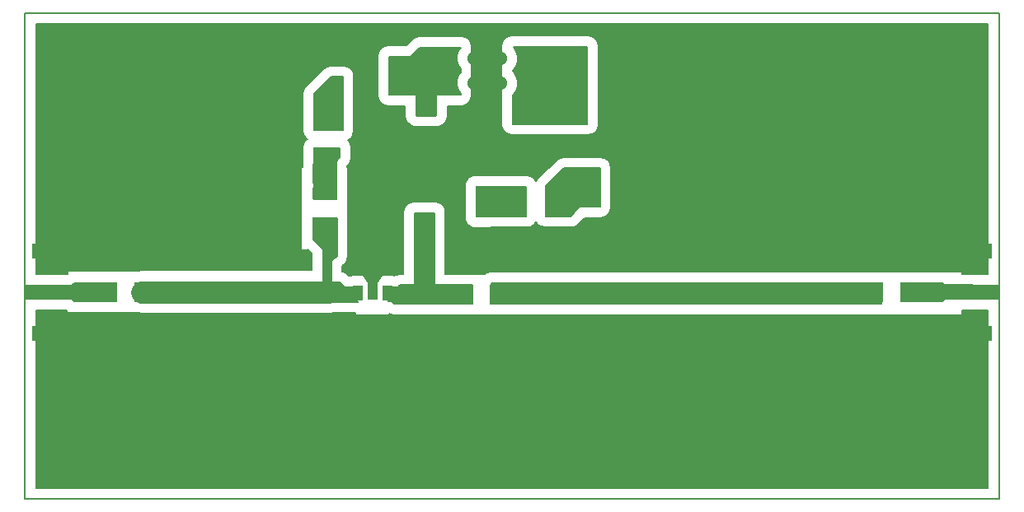
<source format=gbr>
G04 #@! TF.FileFunction,Copper,L1,Top,Signal*
%FSLAX46Y46*%
G04 Gerber Fmt 4.6, Leading zero omitted, Abs format (unit mm)*
G04 Created by KiCad (PCBNEW 4.0.7) date 04/26/18 22:19:46*
%MOMM*%
%LPD*%
G01*
G04 APERTURE LIST*
%ADD10C,0.100000*%
%ADD11C,0.150000*%
%ADD12R,4.900000X1.600000*%
%ADD13R,5.600000X1.600000*%
%ADD14R,1.270000X3.300000*%
%ADD15R,1.000000X1.500000*%
%ADD16R,1.000000X1.800000*%
%ADD17R,2.200000X1.840000*%
%ADD18R,2.032000X1.524000*%
%ADD19R,1.524000X2.032000*%
%ADD20R,3.300000X1.270000*%
%ADD21R,2.540000X1.270000*%
%ADD22R,1.270000X2.540000*%
%ADD23R,1.524000X1.524000*%
%ADD24C,1.524000*%
%ADD25C,2.300000*%
G04 APERTURE END LIST*
D10*
D11*
X100000000Y-120000000D02*
X100000000Y-70000000D01*
X200000000Y-120000000D02*
X100000000Y-120000000D01*
X200000000Y-70000000D02*
X200000000Y-120000000D01*
X100000000Y-70000000D02*
X200000000Y-70000000D01*
D12*
X103150000Y-102950000D03*
X103150000Y-94450000D03*
D13*
X102800000Y-98700000D03*
D12*
X196850000Y-94450000D03*
X196850000Y-102950000D03*
D13*
X197200000Y-98700000D03*
D14*
X146880000Y-89405000D03*
X140920000Y-92195000D03*
D10*
G36*
X134600000Y-95091500D02*
X135200000Y-94241500D01*
X136200000Y-94241500D01*
X136800000Y-95091500D01*
X134600000Y-95091500D01*
X134600000Y-95091500D01*
G37*
D15*
X134200000Y-98813500D03*
D16*
X135700000Y-98667000D03*
D15*
X137200000Y-98813500D03*
D17*
X135700000Y-96000000D03*
D10*
G36*
X136800000Y-96909700D02*
X136100000Y-97909700D01*
X135300000Y-97909700D01*
X134600000Y-96909700D01*
X136800000Y-96909700D01*
X136800000Y-96909700D01*
G37*
D18*
X141200000Y-79898000D03*
X141200000Y-83200000D03*
D19*
X130400000Y-79400000D03*
X127098000Y-79400000D03*
X130300000Y-86500000D03*
X126998000Y-86500000D03*
X160202000Y-77200000D03*
X156900000Y-77200000D03*
X161400000Y-88800000D03*
X158098000Y-88800000D03*
D18*
X148800000Y-85398000D03*
X148800000Y-88700000D03*
D19*
X148500000Y-99000000D03*
X145198000Y-99000000D03*
X151402000Y-80300000D03*
X148100000Y-80300000D03*
D14*
X137980000Y-76105000D03*
X132020000Y-78895000D03*
D20*
X154605000Y-80620000D03*
X157395000Y-86580000D03*
D21*
X130900000Y-81400000D03*
X130900000Y-84448000D03*
X130800000Y-88600000D03*
X130800000Y-91648000D03*
D22*
X153948000Y-89500000D03*
X150900000Y-89500000D03*
D19*
X112002000Y-98700000D03*
X108700000Y-98700000D03*
X190602000Y-98700000D03*
X187300000Y-98700000D03*
D23*
X141120000Y-77200000D03*
D24*
X141120000Y-74660000D03*
X143660000Y-77200000D03*
X143660000Y-74660000D03*
X146200000Y-77200000D03*
X146200000Y-74660000D03*
X148740000Y-77200000D03*
X148740000Y-74660000D03*
X151280000Y-77200000D03*
X151280000Y-74660000D03*
X153820000Y-77200000D03*
X153820000Y-74660000D03*
D25*
X112002000Y-98700000D02*
X131100000Y-98700000D01*
D11*
G36*
X132746967Y-98153033D02*
X132763841Y-98165708D01*
X132783579Y-98173180D01*
X132800000Y-98175000D01*
X134119799Y-98175000D01*
X134119799Y-99567000D01*
X134132398Y-99725000D01*
X129475000Y-99725000D01*
X129475000Y-97675000D01*
X132268934Y-97675000D01*
X132746967Y-98153033D01*
X132746967Y-98153033D01*
G37*
X132746967Y-98153033D02*
X132763841Y-98165708D01*
X132783579Y-98173180D01*
X132800000Y-98175000D01*
X134119799Y-98175000D01*
X134119799Y-99567000D01*
X134132398Y-99725000D01*
X129475000Y-99725000D01*
X129475000Y-97675000D01*
X132268934Y-97675000D01*
X132746967Y-98153033D01*
G36*
X132025000Y-94968934D02*
X131446967Y-95546967D01*
X131434292Y-95563841D01*
X131426820Y-95583579D01*
X131425000Y-95600000D01*
X131425000Y-97925000D01*
X130575000Y-97925000D01*
X130575000Y-94300000D01*
X130572031Y-94279105D01*
X130563358Y-94259865D01*
X130553033Y-94246967D01*
X129575000Y-93268934D01*
X129575000Y-91075000D01*
X132025000Y-91075000D01*
X132025000Y-94968934D01*
X132025000Y-94968934D01*
G37*
X132025000Y-94968934D02*
X131446967Y-95546967D01*
X131434292Y-95563841D01*
X131426820Y-95583579D01*
X131425000Y-95600000D01*
X131425000Y-97925000D01*
X130575000Y-97925000D01*
X130575000Y-94300000D01*
X130572031Y-94279105D01*
X130563358Y-94259865D01*
X130553033Y-94246967D01*
X129575000Y-93268934D01*
X129575000Y-91075000D01*
X132025000Y-91075000D01*
X132025000Y-94968934D01*
G36*
X132325000Y-84868934D02*
X131946967Y-85246967D01*
X131934292Y-85263841D01*
X131926820Y-85283579D01*
X131925000Y-85300000D01*
X131925000Y-89125000D01*
X129675000Y-89125000D01*
X129675000Y-83875000D01*
X132325000Y-83875000D01*
X132325000Y-84868934D01*
X132325000Y-84868934D01*
G37*
X132325000Y-84868934D02*
X131946967Y-85246967D01*
X131934292Y-85263841D01*
X131926820Y-85283579D01*
X131925000Y-85300000D01*
X131925000Y-89125000D01*
X129675000Y-89125000D01*
X129675000Y-83875000D01*
X132325000Y-83875000D01*
X132325000Y-84868934D01*
G36*
X132625000Y-82025000D02*
X129675000Y-82025000D01*
X129675000Y-78331066D01*
X131431066Y-76575000D01*
X132625000Y-76575000D01*
X132625000Y-82025000D01*
X132625000Y-82025000D01*
G37*
X132625000Y-82025000D02*
X129675000Y-82025000D01*
X129675000Y-78331066D01*
X131431066Y-76575000D01*
X132625000Y-76575000D01*
X132625000Y-82025000D01*
G36*
X144582436Y-73770737D02*
X144440517Y-74101859D01*
X144365616Y-74454241D01*
X144360586Y-74814460D01*
X144425619Y-75168796D01*
X144558237Y-75503752D01*
X144725000Y-75762517D01*
X144725000Y-76102528D01*
X144582436Y-76310737D01*
X144440517Y-76641859D01*
X144365616Y-76994241D01*
X144360586Y-77354460D01*
X144425619Y-77708796D01*
X144558237Y-78043752D01*
X144725000Y-78302517D01*
X144725000Y-78425000D01*
X137375000Y-78425000D01*
X137375000Y-74475000D01*
X139600000Y-74475000D01*
X139620895Y-74472031D01*
X139640135Y-74463358D01*
X139653033Y-74453033D01*
X140531066Y-73575000D01*
X144716460Y-73575000D01*
X144582436Y-73770737D01*
X144582436Y-73770737D01*
G37*
X144582436Y-73770737D02*
X144440517Y-74101859D01*
X144365616Y-74454241D01*
X144360586Y-74814460D01*
X144425619Y-75168796D01*
X144558237Y-75503752D01*
X144725000Y-75762517D01*
X144725000Y-76102528D01*
X144582436Y-76310737D01*
X144440517Y-76641859D01*
X144365616Y-76994241D01*
X144360586Y-77354460D01*
X144425619Y-77708796D01*
X144558237Y-78043752D01*
X144725000Y-78302517D01*
X144725000Y-78425000D01*
X137375000Y-78425000D01*
X137375000Y-74475000D01*
X139600000Y-74475000D01*
X139620895Y-74472031D01*
X139640135Y-74463358D01*
X139653033Y-74453033D01*
X140531066Y-73575000D01*
X144716460Y-73575000D01*
X144582436Y-73770737D01*
G36*
X145925000Y-99925000D02*
X137931066Y-99925000D01*
X137653033Y-99646967D01*
X137636159Y-99634292D01*
X137616421Y-99626820D01*
X137600000Y-99625000D01*
X137271959Y-99625000D01*
X137280201Y-99567000D01*
X137280201Y-98175000D01*
X138300000Y-98175000D01*
X138320895Y-98172031D01*
X138340135Y-98163358D01*
X138353033Y-98153033D01*
X138531066Y-97975000D01*
X145925000Y-97975000D01*
X145925000Y-99925000D01*
X145925000Y-99925000D01*
G37*
X145925000Y-99925000D02*
X137931066Y-99925000D01*
X137653033Y-99646967D01*
X137636159Y-99634292D01*
X137616421Y-99626820D01*
X137600000Y-99625000D01*
X137271959Y-99625000D01*
X137280201Y-99567000D01*
X137280201Y-98175000D01*
X138300000Y-98175000D01*
X138320895Y-98172031D01*
X138340135Y-98163358D01*
X138353033Y-98153033D01*
X138531066Y-97975000D01*
X145925000Y-97975000D01*
X145925000Y-99925000D01*
G36*
X109325000Y-99625000D02*
X105031066Y-99625000D01*
X104875000Y-99468934D01*
X104875000Y-97931066D01*
X105031066Y-97775000D01*
X109325000Y-97775000D01*
X109325000Y-99625000D01*
X109325000Y-99625000D01*
G37*
X109325000Y-99625000D02*
X105031066Y-99625000D01*
X104875000Y-99468934D01*
X104875000Y-97931066D01*
X105031066Y-97775000D01*
X109325000Y-97775000D01*
X109325000Y-99625000D01*
G36*
X194346967Y-97953033D02*
X194363841Y-97965708D01*
X194383579Y-97973180D01*
X194400000Y-97975000D01*
X197325000Y-97975000D01*
X197325000Y-99425000D01*
X194400000Y-99425000D01*
X194379105Y-99427969D01*
X194359865Y-99436642D01*
X194346967Y-99446967D01*
X194168934Y-99625000D01*
X189975000Y-99625000D01*
X189975000Y-97775000D01*
X194168934Y-97775000D01*
X194346967Y-97953033D01*
X194346967Y-97953033D01*
G37*
X194346967Y-97953033D02*
X194363841Y-97965708D01*
X194383579Y-97973180D01*
X194400000Y-97975000D01*
X197325000Y-97975000D01*
X197325000Y-99425000D01*
X194400000Y-99425000D01*
X194379105Y-99427969D01*
X194359865Y-99436642D01*
X194346967Y-99446967D01*
X194168934Y-99625000D01*
X189975000Y-99625000D01*
X189975000Y-97775000D01*
X194168934Y-97775000D01*
X194346967Y-97953033D01*
G36*
X187925000Y-99925000D02*
X147875000Y-99925000D01*
X147875000Y-97775000D01*
X187925000Y-97775000D01*
X187925000Y-99925000D01*
X187925000Y-99925000D01*
G37*
X187925000Y-99925000D02*
X147875000Y-99925000D01*
X147875000Y-97775000D01*
X187925000Y-97775000D01*
X187925000Y-99925000D01*
G36*
X151425000Y-90925000D02*
X146375000Y-90925000D01*
X146375000Y-87875000D01*
X151425000Y-87875000D01*
X151425000Y-90925000D01*
X151425000Y-90925000D01*
G37*
X151425000Y-90925000D02*
X146375000Y-90925000D01*
X146375000Y-87875000D01*
X151425000Y-87875000D01*
X151425000Y-90925000D01*
G36*
X159025000Y-89925000D02*
X157000000Y-89925000D01*
X156979105Y-89927969D01*
X156959865Y-89936642D01*
X156946967Y-89946967D01*
X155968934Y-90925000D01*
X153475000Y-90925000D01*
X153475000Y-87831066D01*
X155331066Y-85975000D01*
X159025000Y-85975000D01*
X159025000Y-89925000D01*
X159025000Y-89925000D01*
G37*
X159025000Y-89925000D02*
X157000000Y-89925000D01*
X156979105Y-89927969D01*
X156959865Y-89936642D01*
X156946967Y-89946967D01*
X155968934Y-90925000D01*
X153475000Y-90925000D01*
X153475000Y-87831066D01*
X155331066Y-85975000D01*
X159025000Y-85975000D01*
X159025000Y-89925000D01*
G36*
X142225000Y-80525000D02*
X140175000Y-80525000D01*
X140175000Y-76375000D01*
X142225000Y-76375000D01*
X142225000Y-80525000D01*
X142225000Y-80525000D01*
G37*
X142225000Y-80525000D02*
X140175000Y-80525000D01*
X140175000Y-76375000D01*
X142225000Y-76375000D01*
X142225000Y-80525000D01*
G36*
X157725000Y-81425000D02*
X150075000Y-81425000D01*
X150075000Y-78465495D01*
X150137328Y-78406141D01*
X150344990Y-78111761D01*
X150491519Y-77782653D01*
X150571333Y-77431351D01*
X150577078Y-77019873D01*
X150507105Y-76666480D01*
X150369822Y-76333408D01*
X150170461Y-76033345D01*
X150075000Y-75937216D01*
X150075000Y-75925495D01*
X150137328Y-75866141D01*
X150344990Y-75571761D01*
X150491519Y-75242653D01*
X150571333Y-74891351D01*
X150577078Y-74479873D01*
X150507105Y-74126480D01*
X150369822Y-73793408D01*
X150170461Y-73493345D01*
X150152244Y-73475000D01*
X157725000Y-73475000D01*
X157725000Y-81425000D01*
X157725000Y-81425000D01*
G37*
X157725000Y-81425000D02*
X150075000Y-81425000D01*
X150075000Y-78465495D01*
X150137328Y-78406141D01*
X150344990Y-78111761D01*
X150491519Y-77782653D01*
X150571333Y-77431351D01*
X150577078Y-77019873D01*
X150507105Y-76666480D01*
X150369822Y-76333408D01*
X150170461Y-76033345D01*
X150075000Y-75937216D01*
X150075000Y-75925495D01*
X150137328Y-75866141D01*
X150344990Y-75571761D01*
X150491519Y-75242653D01*
X150571333Y-74891351D01*
X150577078Y-74479873D01*
X150507105Y-74126480D01*
X150369822Y-73793408D01*
X150170461Y-73493345D01*
X150152244Y-73475000D01*
X157725000Y-73475000D01*
X157725000Y-81425000D01*
G36*
X104270059Y-100800000D02*
X104275188Y-100827259D01*
X104291298Y-100852295D01*
X104315880Y-100869091D01*
X104345059Y-100875000D01*
X111535052Y-100875000D01*
X111539396Y-100876378D01*
X111970934Y-100924783D01*
X112002000Y-100925000D01*
X131100000Y-100925000D01*
X131532171Y-100882625D01*
X131557426Y-100875000D01*
X133925000Y-100875000D01*
X133925000Y-101000000D01*
X133930129Y-101027259D01*
X133946239Y-101052295D01*
X133970821Y-101069091D01*
X134000000Y-101075000D01*
X137300000Y-101075000D01*
X137327259Y-101069871D01*
X137352295Y-101053761D01*
X137369091Y-101029179D01*
X137375000Y-101000000D01*
X137375000Y-100918433D01*
X137481765Y-100990305D01*
X137900000Y-101075000D01*
X144286812Y-101075000D01*
X144436000Y-101096201D01*
X145960000Y-101096201D01*
X146131190Y-101082550D01*
X146155570Y-101075000D01*
X147588812Y-101075000D01*
X147738000Y-101096201D01*
X149262000Y-101096201D01*
X149433190Y-101082550D01*
X149457570Y-101075000D01*
X196118483Y-101075000D01*
X196145742Y-101069871D01*
X196170778Y-101053761D01*
X196187574Y-101029179D01*
X196193483Y-101000000D01*
X196193483Y-100580201D01*
X198850000Y-100580201D01*
X198850000Y-118850000D01*
X101150000Y-118850000D01*
X101150000Y-100580201D01*
X104270059Y-100580201D01*
X104270059Y-100800000D01*
X104270059Y-100800000D01*
G37*
X104270059Y-100800000D02*
X104275188Y-100827259D01*
X104291298Y-100852295D01*
X104315880Y-100869091D01*
X104345059Y-100875000D01*
X111535052Y-100875000D01*
X111539396Y-100876378D01*
X111970934Y-100924783D01*
X112002000Y-100925000D01*
X131100000Y-100925000D01*
X131532171Y-100882625D01*
X131557426Y-100875000D01*
X133925000Y-100875000D01*
X133925000Y-101000000D01*
X133930129Y-101027259D01*
X133946239Y-101052295D01*
X133970821Y-101069091D01*
X134000000Y-101075000D01*
X137300000Y-101075000D01*
X137327259Y-101069871D01*
X137352295Y-101053761D01*
X137369091Y-101029179D01*
X137375000Y-101000000D01*
X137375000Y-100918433D01*
X137481765Y-100990305D01*
X137900000Y-101075000D01*
X144286812Y-101075000D01*
X144436000Y-101096201D01*
X145960000Y-101096201D01*
X146131190Y-101082550D01*
X146155570Y-101075000D01*
X147588812Y-101075000D01*
X147738000Y-101096201D01*
X149262000Y-101096201D01*
X149433190Y-101082550D01*
X149457570Y-101075000D01*
X196118483Y-101075000D01*
X196145742Y-101069871D01*
X196170778Y-101053761D01*
X196187574Y-101029179D01*
X196193483Y-101000000D01*
X196193483Y-100580201D01*
X198850000Y-100580201D01*
X198850000Y-118850000D01*
X101150000Y-118850000D01*
X101150000Y-100580201D01*
X104270059Y-100580201D01*
X104270059Y-100800000D01*
G36*
X198850000Y-96819799D02*
X196210381Y-96819799D01*
X196210381Y-96700000D01*
X196205252Y-96672741D01*
X196189142Y-96647705D01*
X196164560Y-96630909D01*
X196135381Y-96625000D01*
X191513188Y-96625000D01*
X191364000Y-96603799D01*
X189840000Y-96603799D01*
X189668810Y-96617450D01*
X189644430Y-96625000D01*
X188211188Y-96625000D01*
X188062000Y-96603799D01*
X186538000Y-96603799D01*
X186366810Y-96617450D01*
X186342430Y-96625000D01*
X147800000Y-96625000D01*
X147409283Y-96698518D01*
X147212725Y-96825000D01*
X143175000Y-96825000D01*
X143175000Y-90500000D01*
X143101482Y-90109283D01*
X142870568Y-89750434D01*
X142518235Y-89509695D01*
X142100000Y-89425000D01*
X139900000Y-89425000D01*
X139509283Y-89498518D01*
X139150434Y-89729432D01*
X138909695Y-90081765D01*
X138825000Y-90500000D01*
X138825000Y-96825000D01*
X138500000Y-96825000D01*
X138095485Y-96904012D01*
X137927238Y-97015592D01*
X137700000Y-96983299D01*
X136700000Y-96983299D01*
X136528810Y-96996950D01*
X136238454Y-97086868D01*
X135984644Y-97254118D01*
X135787477Y-97485455D01*
X135700386Y-97678659D01*
X135676632Y-97601954D01*
X135509382Y-97348144D01*
X135278045Y-97150977D01*
X135000937Y-97026065D01*
X134700000Y-96983299D01*
X133700000Y-96983299D01*
X133528810Y-96996950D01*
X133438233Y-97025000D01*
X133245280Y-97025000D01*
X133060140Y-96839860D01*
X132718235Y-96609695D01*
X132575000Y-96580689D01*
X132575000Y-96045280D01*
X132860140Y-95760140D01*
X133090305Y-95418235D01*
X133175000Y-95000000D01*
X133175000Y-87755000D01*
X145164799Y-87755000D01*
X145164799Y-91055000D01*
X145178450Y-91226190D01*
X145268368Y-91516546D01*
X145435618Y-91770356D01*
X145666955Y-91967523D01*
X145944063Y-92092435D01*
X146245000Y-92135201D01*
X147515000Y-92135201D01*
X147686190Y-92121550D01*
X147836506Y-92075000D01*
X151500000Y-92075000D01*
X151890717Y-92001482D01*
X152249566Y-91770568D01*
X152452154Y-91474070D01*
X152629432Y-91749566D01*
X152981765Y-91990305D01*
X153400000Y-92075000D01*
X156000000Y-92075000D01*
X156404515Y-91995988D01*
X156760140Y-91760140D01*
X157445280Y-91075000D01*
X159100000Y-91075000D01*
X159490717Y-91001482D01*
X159849566Y-90770568D01*
X160090305Y-90418235D01*
X160175000Y-90000000D01*
X160175000Y-85900000D01*
X160101482Y-85509283D01*
X159870568Y-85150434D01*
X159518235Y-84909695D01*
X159100000Y-84825000D01*
X155300000Y-84825000D01*
X154895485Y-84904012D01*
X154539860Y-85139860D01*
X152639860Y-87039860D01*
X152447570Y-87325502D01*
X152270568Y-87050434D01*
X151918235Y-86809695D01*
X151500000Y-86725000D01*
X147832431Y-86725000D01*
X147815937Y-86717565D01*
X147515000Y-86674799D01*
X146245000Y-86674799D01*
X146073810Y-86688450D01*
X145783454Y-86778368D01*
X145529644Y-86945618D01*
X145332477Y-87176955D01*
X145207565Y-87454063D01*
X145164799Y-87755000D01*
X133175000Y-87755000D01*
X133175000Y-85922418D01*
X133169871Y-85895159D01*
X133153761Y-85870123D01*
X133129179Y-85853327D01*
X133100000Y-85847418D01*
X133075000Y-85847418D01*
X133075000Y-85745280D01*
X133160140Y-85660140D01*
X133390305Y-85318235D01*
X133475000Y-84900000D01*
X133475000Y-83800000D01*
X133401482Y-83409283D01*
X133170568Y-83050434D01*
X133170316Y-83050262D01*
X133449566Y-82870568D01*
X133690305Y-82518235D01*
X133775000Y-82100000D01*
X133775000Y-76500000D01*
X133701482Y-76109283D01*
X133470568Y-75750434D01*
X133118235Y-75509695D01*
X132700000Y-75425000D01*
X131400000Y-75425000D01*
X130995485Y-75504012D01*
X130639860Y-75739860D01*
X128839860Y-77539860D01*
X128609695Y-77881765D01*
X128525000Y-78300000D01*
X128525000Y-82100000D01*
X128598518Y-82490717D01*
X128829432Y-82849566D01*
X128975186Y-82949156D01*
X128850434Y-83029432D01*
X128609695Y-83381765D01*
X128525000Y-83800000D01*
X128525000Y-85128856D01*
X128500565Y-85183063D01*
X128457799Y-85484000D01*
X128457799Y-85821226D01*
X128400000Y-85821226D01*
X128372741Y-85826355D01*
X128347705Y-85842465D01*
X128330909Y-85867047D01*
X128325000Y-85896226D01*
X128325000Y-94296226D01*
X128330129Y-94323485D01*
X128346239Y-94348521D01*
X128370821Y-94365317D01*
X128400000Y-94371226D01*
X129000000Y-94371226D01*
X129027259Y-94366097D01*
X129038551Y-94358831D01*
X129425000Y-94745280D01*
X129425000Y-96475000D01*
X112002000Y-96475000D01*
X111569829Y-96517375D01*
X111544574Y-96525000D01*
X104400000Y-96525000D01*
X104372741Y-96530129D01*
X104347705Y-96546239D01*
X104330909Y-96570821D01*
X104325000Y-96600000D01*
X104325000Y-96819799D01*
X101150000Y-96819799D01*
X101150000Y-74400000D01*
X136225000Y-74400000D01*
X136225000Y-78500000D01*
X136298518Y-78890717D01*
X136529432Y-79249566D01*
X136881765Y-79490305D01*
X137300000Y-79575000D01*
X139025000Y-79575000D01*
X139025000Y-80600000D01*
X139098518Y-80990717D01*
X139329432Y-81349566D01*
X139404699Y-81400994D01*
X139605955Y-81572523D01*
X139883063Y-81697435D01*
X140184000Y-81740201D01*
X142216000Y-81740201D01*
X142387190Y-81726550D01*
X142677546Y-81636632D01*
X142931356Y-81469382D01*
X142974291Y-81419007D01*
X143049566Y-81370568D01*
X143290305Y-81018235D01*
X143375000Y-80600000D01*
X143375000Y-79575000D01*
X144800000Y-79575000D01*
X145190717Y-79501482D01*
X145549566Y-79270568D01*
X145790305Y-78918235D01*
X145875000Y-78500000D01*
X145875000Y-73500000D01*
X145856184Y-73400000D01*
X148925000Y-73400000D01*
X148925000Y-81500000D01*
X148998518Y-81890717D01*
X149229432Y-82249566D01*
X149581765Y-82490305D01*
X150000000Y-82575000D01*
X157800000Y-82575000D01*
X158190717Y-82501482D01*
X158549566Y-82270568D01*
X158790305Y-81918235D01*
X158875000Y-81500000D01*
X158875000Y-73400000D01*
X158801482Y-73009283D01*
X158570568Y-72650434D01*
X158218235Y-72409695D01*
X157800000Y-72325000D01*
X150000000Y-72325000D01*
X149609283Y-72398518D01*
X149250434Y-72629432D01*
X149009695Y-72981765D01*
X148925000Y-73400000D01*
X145856184Y-73400000D01*
X145801482Y-73109283D01*
X145570568Y-72750434D01*
X145218235Y-72509695D01*
X144800000Y-72425000D01*
X140500000Y-72425000D01*
X140095485Y-72504012D01*
X139739860Y-72739860D01*
X139154720Y-73325000D01*
X137300000Y-73325000D01*
X136909283Y-73398518D01*
X136550434Y-73629432D01*
X136309695Y-73981765D01*
X136225000Y-74400000D01*
X101150000Y-74400000D01*
X101150000Y-71150000D01*
X198850000Y-71150000D01*
X198850000Y-96819799D01*
X198850000Y-96819799D01*
G37*
X198850000Y-96819799D02*
X196210381Y-96819799D01*
X196210381Y-96700000D01*
X196205252Y-96672741D01*
X196189142Y-96647705D01*
X196164560Y-96630909D01*
X196135381Y-96625000D01*
X191513188Y-96625000D01*
X191364000Y-96603799D01*
X189840000Y-96603799D01*
X189668810Y-96617450D01*
X189644430Y-96625000D01*
X188211188Y-96625000D01*
X188062000Y-96603799D01*
X186538000Y-96603799D01*
X186366810Y-96617450D01*
X186342430Y-96625000D01*
X147800000Y-96625000D01*
X147409283Y-96698518D01*
X147212725Y-96825000D01*
X143175000Y-96825000D01*
X143175000Y-90500000D01*
X143101482Y-90109283D01*
X142870568Y-89750434D01*
X142518235Y-89509695D01*
X142100000Y-89425000D01*
X139900000Y-89425000D01*
X139509283Y-89498518D01*
X139150434Y-89729432D01*
X138909695Y-90081765D01*
X138825000Y-90500000D01*
X138825000Y-96825000D01*
X138500000Y-96825000D01*
X138095485Y-96904012D01*
X137927238Y-97015592D01*
X137700000Y-96983299D01*
X136700000Y-96983299D01*
X136528810Y-96996950D01*
X136238454Y-97086868D01*
X135984644Y-97254118D01*
X135787477Y-97485455D01*
X135700386Y-97678659D01*
X135676632Y-97601954D01*
X135509382Y-97348144D01*
X135278045Y-97150977D01*
X135000937Y-97026065D01*
X134700000Y-96983299D01*
X133700000Y-96983299D01*
X133528810Y-96996950D01*
X133438233Y-97025000D01*
X133245280Y-97025000D01*
X133060140Y-96839860D01*
X132718235Y-96609695D01*
X132575000Y-96580689D01*
X132575000Y-96045280D01*
X132860140Y-95760140D01*
X133090305Y-95418235D01*
X133175000Y-95000000D01*
X133175000Y-87755000D01*
X145164799Y-87755000D01*
X145164799Y-91055000D01*
X145178450Y-91226190D01*
X145268368Y-91516546D01*
X145435618Y-91770356D01*
X145666955Y-91967523D01*
X145944063Y-92092435D01*
X146245000Y-92135201D01*
X147515000Y-92135201D01*
X147686190Y-92121550D01*
X147836506Y-92075000D01*
X151500000Y-92075000D01*
X151890717Y-92001482D01*
X152249566Y-91770568D01*
X152452154Y-91474070D01*
X152629432Y-91749566D01*
X152981765Y-91990305D01*
X153400000Y-92075000D01*
X156000000Y-92075000D01*
X156404515Y-91995988D01*
X156760140Y-91760140D01*
X157445280Y-91075000D01*
X159100000Y-91075000D01*
X159490717Y-91001482D01*
X159849566Y-90770568D01*
X160090305Y-90418235D01*
X160175000Y-90000000D01*
X160175000Y-85900000D01*
X160101482Y-85509283D01*
X159870568Y-85150434D01*
X159518235Y-84909695D01*
X159100000Y-84825000D01*
X155300000Y-84825000D01*
X154895485Y-84904012D01*
X154539860Y-85139860D01*
X152639860Y-87039860D01*
X152447570Y-87325502D01*
X152270568Y-87050434D01*
X151918235Y-86809695D01*
X151500000Y-86725000D01*
X147832431Y-86725000D01*
X147815937Y-86717565D01*
X147515000Y-86674799D01*
X146245000Y-86674799D01*
X146073810Y-86688450D01*
X145783454Y-86778368D01*
X145529644Y-86945618D01*
X145332477Y-87176955D01*
X145207565Y-87454063D01*
X145164799Y-87755000D01*
X133175000Y-87755000D01*
X133175000Y-85922418D01*
X133169871Y-85895159D01*
X133153761Y-85870123D01*
X133129179Y-85853327D01*
X133100000Y-85847418D01*
X133075000Y-85847418D01*
X133075000Y-85745280D01*
X133160140Y-85660140D01*
X133390305Y-85318235D01*
X133475000Y-84900000D01*
X133475000Y-83800000D01*
X133401482Y-83409283D01*
X133170568Y-83050434D01*
X133170316Y-83050262D01*
X133449566Y-82870568D01*
X133690305Y-82518235D01*
X133775000Y-82100000D01*
X133775000Y-76500000D01*
X133701482Y-76109283D01*
X133470568Y-75750434D01*
X133118235Y-75509695D01*
X132700000Y-75425000D01*
X131400000Y-75425000D01*
X130995485Y-75504012D01*
X130639860Y-75739860D01*
X128839860Y-77539860D01*
X128609695Y-77881765D01*
X128525000Y-78300000D01*
X128525000Y-82100000D01*
X128598518Y-82490717D01*
X128829432Y-82849566D01*
X128975186Y-82949156D01*
X128850434Y-83029432D01*
X128609695Y-83381765D01*
X128525000Y-83800000D01*
X128525000Y-85128856D01*
X128500565Y-85183063D01*
X128457799Y-85484000D01*
X128457799Y-85821226D01*
X128400000Y-85821226D01*
X128372741Y-85826355D01*
X128347705Y-85842465D01*
X128330909Y-85867047D01*
X128325000Y-85896226D01*
X128325000Y-94296226D01*
X128330129Y-94323485D01*
X128346239Y-94348521D01*
X128370821Y-94365317D01*
X128400000Y-94371226D01*
X129000000Y-94371226D01*
X129027259Y-94366097D01*
X129038551Y-94358831D01*
X129425000Y-94745280D01*
X129425000Y-96475000D01*
X112002000Y-96475000D01*
X111569829Y-96517375D01*
X111544574Y-96525000D01*
X104400000Y-96525000D01*
X104372741Y-96530129D01*
X104347705Y-96546239D01*
X104330909Y-96570821D01*
X104325000Y-96600000D01*
X104325000Y-96819799D01*
X101150000Y-96819799D01*
X101150000Y-74400000D01*
X136225000Y-74400000D01*
X136225000Y-78500000D01*
X136298518Y-78890717D01*
X136529432Y-79249566D01*
X136881765Y-79490305D01*
X137300000Y-79575000D01*
X139025000Y-79575000D01*
X139025000Y-80600000D01*
X139098518Y-80990717D01*
X139329432Y-81349566D01*
X139404699Y-81400994D01*
X139605955Y-81572523D01*
X139883063Y-81697435D01*
X140184000Y-81740201D01*
X142216000Y-81740201D01*
X142387190Y-81726550D01*
X142677546Y-81636632D01*
X142931356Y-81469382D01*
X142974291Y-81419007D01*
X143049566Y-81370568D01*
X143290305Y-81018235D01*
X143375000Y-80600000D01*
X143375000Y-79575000D01*
X144800000Y-79575000D01*
X145190717Y-79501482D01*
X145549566Y-79270568D01*
X145790305Y-78918235D01*
X145875000Y-78500000D01*
X145875000Y-73500000D01*
X145856184Y-73400000D01*
X148925000Y-73400000D01*
X148925000Y-81500000D01*
X148998518Y-81890717D01*
X149229432Y-82249566D01*
X149581765Y-82490305D01*
X150000000Y-82575000D01*
X157800000Y-82575000D01*
X158190717Y-82501482D01*
X158549566Y-82270568D01*
X158790305Y-81918235D01*
X158875000Y-81500000D01*
X158875000Y-73400000D01*
X158801482Y-73009283D01*
X158570568Y-72650434D01*
X158218235Y-72409695D01*
X157800000Y-72325000D01*
X150000000Y-72325000D01*
X149609283Y-72398518D01*
X149250434Y-72629432D01*
X149009695Y-72981765D01*
X148925000Y-73400000D01*
X145856184Y-73400000D01*
X145801482Y-73109283D01*
X145570568Y-72750434D01*
X145218235Y-72509695D01*
X144800000Y-72425000D01*
X140500000Y-72425000D01*
X140095485Y-72504012D01*
X139739860Y-72739860D01*
X139154720Y-73325000D01*
X137300000Y-73325000D01*
X136909283Y-73398518D01*
X136550434Y-73629432D01*
X136309695Y-73981765D01*
X136225000Y-74400000D01*
X101150000Y-74400000D01*
X101150000Y-71150000D01*
X198850000Y-71150000D01*
X198850000Y-96819799D01*
G36*
X142025000Y-99525000D02*
X139975000Y-99525000D01*
X139975000Y-90575000D01*
X142025000Y-90575000D01*
X142025000Y-99525000D01*
X142025000Y-99525000D01*
G37*
X142025000Y-99525000D02*
X139975000Y-99525000D01*
X139975000Y-90575000D01*
X142025000Y-90575000D01*
X142025000Y-99525000D01*
M02*

</source>
